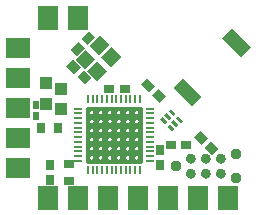
<source format=gts>
G04 DipTrace 2.4.0.2*
%IN2dB-bBLE.gts*%
%MOIN*%
%ADD10C,0.0098*%
%ADD36C,0.0374*%
%ADD44O,0.0094X0.0272*%
%ADD46O,0.0272X0.0094*%
%ADD48R,0.0213X0.0252*%
%ADD50R,0.0311X0.037*%
%ADD52R,0.0685X0.0816*%
%ADD54R,0.0816X0.0685*%
%ADD56R,0.037X0.0311*%
%ADD58R,0.0291X0.037*%
%ADD60R,0.0409X0.0449*%
%ADD62R,0.037X0.0291*%
%FSLAX44Y44*%
G04*
G70*
G90*
G75*
G01*
%LNTopMask*%
%LPD*%
G36*
X9093Y7606D2*
X9411Y7923D1*
X10034Y7300D1*
X9717Y6982D1*
X9093Y7606D1*
G37*
G36*
X10736Y9249D2*
X11053Y9566D1*
X11677Y8942D1*
X11359Y8625D1*
X10736Y9249D1*
G37*
G36*
X8943Y6821D2*
X9024Y6902D1*
X9188Y6737D1*
X9107Y6657D1*
X8943Y6821D1*
G37*
G36*
X8804Y6682D2*
X8885Y6762D1*
X9049Y6598D1*
X8968Y6517D1*
X8804Y6682D1*
G37*
G36*
X8665Y6542D2*
X8745Y6623D1*
X8910Y6459D1*
X8829Y6378D1*
X8665Y6542D1*
G37*
G36*
X8901Y6306D2*
X8982Y6387D1*
X9146Y6222D1*
X9066Y6142D1*
X8901Y6306D1*
G37*
G36*
X9041Y6445D2*
X9121Y6526D1*
X9285Y6361D1*
X9205Y6281D1*
X9041Y6445D1*
G37*
G36*
X9180Y6584D2*
X9260Y6665D1*
X9425Y6501D1*
X9344Y6420D1*
X9180Y6584D1*
G37*
G36*
X6245Y9024D2*
X6039Y9230D1*
X6301Y9491D1*
X6507Y9285D1*
X6245Y9024D1*
G37*
G36*
X5884Y8662D2*
X5678Y8868D1*
X5939Y9130D1*
X6145Y8924D1*
X5884Y8662D1*
G37*
G36*
X6371Y7915D2*
X6165Y7709D1*
X5903Y7970D1*
X6109Y8176D1*
X6371Y7915D1*
G37*
G36*
X6009Y8276D2*
X5803Y8070D1*
X5541Y8332D1*
X5747Y8538D1*
X6009Y8276D1*
G37*
D62*
X9025Y5680D3*
X9537D3*
D60*
X5348Y6895D3*
Y7564D3*
D62*
X7484Y7550D3*
X6972D3*
G36*
X8385Y7368D2*
X8591Y7574D1*
X8853Y7313D1*
X8647Y7107D1*
X8385Y7368D1*
G37*
G36*
X8023Y7730D2*
X8229Y7936D1*
X8491Y7675D1*
X8285Y7469D1*
X8023Y7730D1*
G37*
D58*
X8645Y5535D3*
Y5023D3*
X5007Y5041D3*
Y4529D3*
D60*
X4862Y7073D3*
Y7742D3*
D56*
X5612Y5058D3*
Y4507D3*
D54*
X3937Y8937D3*
Y7937D3*
Y6937D3*
Y5937D3*
Y4937D3*
D52*
X4937Y9937D3*
X5937D3*
X6937Y3937D3*
X7937D3*
X8937D3*
D50*
X5250Y6273D3*
X4699D3*
D48*
X4520Y6642D3*
Y7036D3*
D52*
X4937Y3937D3*
X5937D3*
X9937D3*
X10937D3*
G36*
X10252Y5913D2*
X10046Y5707D1*
X9784Y5969D1*
X9990Y6175D1*
X10252Y5913D1*
G37*
G36*
X10614Y5551D2*
X10408Y5345D1*
X10146Y5607D1*
X10352Y5813D1*
X10614Y5551D1*
G37*
G36*
X9847Y5238D2*
X9845Y5267D1*
X9837Y5294D1*
X9825Y5320D1*
X9809Y5343D1*
X9789Y5363D1*
X9766Y5379D1*
X9740Y5391D1*
X9713Y5399D1*
X9684Y5401D1*
D1*
X9656Y5399D1*
X9629Y5391D1*
X9603Y5379D1*
X9580Y5363D1*
X9560Y5343D1*
X9543Y5320D1*
X9531Y5294D1*
X9524Y5267D1*
X9521Y5238D1*
D1*
X9524Y5210D1*
X9531Y5183D1*
X9543Y5157D1*
X9560Y5134D1*
X9580Y5113D1*
X9603Y5097D1*
X9629Y5085D1*
X9656Y5078D1*
X9684Y5075D1*
D1*
X9713Y5078D1*
X9740Y5085D1*
X9766Y5097D1*
X9789Y5113D1*
X9809Y5134D1*
X9825Y5157D1*
X9837Y5183D1*
X9845Y5210D1*
X9847Y5238D1*
G37*
G36*
X10347D2*
X10345Y5267D1*
X10337Y5294D1*
X10325Y5320D1*
X10309Y5343D1*
X10289Y5363D1*
X10266Y5379D1*
X10240Y5391D1*
X10213Y5399D1*
X10184Y5401D1*
D1*
X10156Y5399D1*
X10129Y5391D1*
X10103Y5379D1*
X10080Y5363D1*
X10060Y5343D1*
X10043Y5320D1*
X10031Y5294D1*
X10024Y5267D1*
X10021Y5238D1*
D1*
X10024Y5210D1*
X10031Y5183D1*
X10043Y5157D1*
X10060Y5134D1*
X10080Y5113D1*
X10103Y5097D1*
X10129Y5085D1*
X10156Y5078D1*
X10184Y5075D1*
D1*
X10213Y5078D1*
X10240Y5085D1*
X10266Y5097D1*
X10289Y5113D1*
X10309Y5134D1*
X10325Y5157D1*
X10337Y5183D1*
X10345Y5210D1*
X10347Y5238D1*
G37*
G36*
X10847D2*
X10845Y5267D1*
X10837Y5294D1*
X10825Y5320D1*
X10809Y5343D1*
X10789Y5363D1*
X10766Y5379D1*
X10740Y5391D1*
X10713Y5399D1*
X10684Y5401D1*
D1*
X10656Y5399D1*
X10629Y5391D1*
X10603Y5379D1*
X10580Y5363D1*
X10560Y5343D1*
X10543Y5320D1*
X10531Y5294D1*
X10524Y5267D1*
X10521Y5238D1*
D1*
X10524Y5210D1*
X10531Y5183D1*
X10543Y5157D1*
X10560Y5134D1*
X10580Y5113D1*
X10603Y5097D1*
X10629Y5085D1*
X10656Y5078D1*
X10684Y5075D1*
D1*
X10713Y5078D1*
X10740Y5085D1*
X10766Y5097D1*
X10789Y5113D1*
X10809Y5134D1*
X10825Y5157D1*
X10837Y5183D1*
X10845Y5210D1*
X10847Y5238D1*
G37*
G36*
Y4738D2*
X10845Y4767D1*
X10837Y4794D1*
X10825Y4820D1*
X10809Y4843D1*
X10789Y4863D1*
X10766Y4879D1*
X10740Y4891D1*
X10713Y4899D1*
X10684Y4901D1*
D1*
X10656Y4899D1*
X10629Y4891D1*
X10603Y4879D1*
X10580Y4863D1*
X10560Y4843D1*
X10543Y4820D1*
X10531Y4794D1*
X10524Y4767D1*
X10521Y4738D1*
D1*
X10524Y4710D1*
X10531Y4683D1*
X10543Y4657D1*
X10560Y4634D1*
X10580Y4613D1*
X10603Y4597D1*
X10629Y4585D1*
X10656Y4578D1*
X10684Y4575D1*
D1*
X10713Y4578D1*
X10740Y4585D1*
X10766Y4597D1*
X10789Y4613D1*
X10809Y4634D1*
X10825Y4657D1*
X10837Y4683D1*
X10845Y4710D1*
X10847Y4738D1*
G37*
G36*
X10347D2*
X10345Y4767D1*
X10337Y4794D1*
X10325Y4820D1*
X10309Y4843D1*
X10289Y4863D1*
X10266Y4879D1*
X10240Y4891D1*
X10213Y4899D1*
X10184Y4901D1*
D1*
X10156Y4899D1*
X10129Y4891D1*
X10103Y4879D1*
X10080Y4863D1*
X10060Y4843D1*
X10043Y4820D1*
X10031Y4794D1*
X10024Y4767D1*
X10021Y4738D1*
D1*
X10024Y4710D1*
X10031Y4683D1*
X10043Y4657D1*
X10060Y4634D1*
X10080Y4613D1*
X10103Y4597D1*
X10129Y4585D1*
X10156Y4578D1*
X10184Y4575D1*
D1*
X10213Y4578D1*
X10240Y4585D1*
X10266Y4597D1*
X10289Y4613D1*
X10309Y4634D1*
X10325Y4657D1*
X10337Y4683D1*
X10345Y4710D1*
X10347Y4738D1*
G37*
G36*
X9847D2*
X9845Y4767D1*
X9837Y4794D1*
X9825Y4820D1*
X9809Y4843D1*
X9789Y4863D1*
X9766Y4879D1*
X9740Y4891D1*
X9713Y4899D1*
X9684Y4901D1*
D1*
X9656Y4899D1*
X9629Y4891D1*
X9603Y4879D1*
X9580Y4863D1*
X9560Y4843D1*
X9543Y4820D1*
X9531Y4794D1*
X9524Y4767D1*
X9521Y4738D1*
D1*
X9524Y4710D1*
X9531Y4683D1*
X9543Y4657D1*
X9560Y4634D1*
X9580Y4613D1*
X9603Y4597D1*
X9629Y4585D1*
X9656Y4578D1*
X9684Y4575D1*
D1*
X9713Y4578D1*
X9740Y4585D1*
X9766Y4597D1*
X9789Y4613D1*
X9809Y4634D1*
X9825Y4657D1*
X9837Y4683D1*
X9845Y4710D1*
X9847Y4738D1*
G37*
D36*
X9184Y4988D3*
X11184Y5388D3*
Y4588D3*
X7468Y6183D2*
D10*
Y6191D1*
X7469Y6198D1*
X7470Y6206D1*
X7472Y6213D1*
X7474Y6221D1*
X7477Y6228D1*
X7480Y6235D1*
X7484Y6241D1*
X7488Y6248D1*
X7492Y6254D1*
X7497Y6259D1*
X7502Y6265D1*
X7508Y6270D1*
X7514Y6274D1*
X7520Y6278D1*
X7527Y6282D1*
X7533Y6285D1*
X7540Y6288D1*
X7547Y6290D1*
X7554Y6291D1*
X7562Y6292D1*
X7569Y6293D1*
X7576D1*
X7584Y6292D1*
X7591Y6291D1*
X7598Y6290D1*
X7605Y6288D1*
X7612Y6285D1*
X7619Y6282D1*
X7625Y6278D1*
X7631Y6274D1*
X7637Y6270D1*
X7643Y6265D1*
X7648Y6259D1*
X7653Y6254D1*
X7658Y6248D1*
X7662Y6241D1*
X7665Y6235D1*
X7669Y6228D1*
X7671Y6221D1*
X7674Y6213D1*
X7675Y6206D1*
X7677Y6198D1*
Y6191D1*
X7678Y6183D1*
X7677Y6175D1*
Y6168D1*
X7675Y6160D1*
X7674Y6153D1*
X7671Y6145D1*
X7669Y6138D1*
X7665Y6131D1*
X7662Y6125D1*
X7658Y6118D1*
X7653Y6112D1*
X7648Y6107D1*
X7643Y6101D1*
X7637Y6096D1*
X7631Y6092D1*
X7625Y6088D1*
X7619Y6084D1*
X7612Y6081D1*
X7605Y6078D1*
X7598Y6076D1*
X7591Y6075D1*
X7584Y6074D1*
X7576Y6073D1*
X7569D1*
X7562Y6074D1*
X7554Y6075D1*
X7547Y6076D1*
X7540Y6078D1*
X7533Y6081D1*
X7527Y6084D1*
X7520Y6088D1*
X7514Y6092D1*
X7508Y6096D1*
X7502Y6101D1*
X7497Y6107D1*
X7492Y6112D1*
X7488Y6118D1*
X7484Y6125D1*
X7480Y6131D1*
X7477Y6138D1*
X7474Y6145D1*
X7472Y6153D1*
X7470Y6160D1*
X7469Y6168D1*
X7468Y6175D1*
Y6183D1*
X7767Y6184D2*
Y6192D1*
X7768Y6200D1*
X7769Y6207D1*
X7771Y6215D1*
X7773Y6222D1*
X7776Y6229D1*
X7779Y6236D1*
X7783Y6243D1*
X7787Y6249D1*
X7792Y6255D1*
X7797Y6261D1*
X7802Y6266D1*
X7807Y6271D1*
X7813Y6275D1*
X7820Y6280D1*
X7826Y6283D1*
X7833Y6286D1*
X7840Y6289D1*
X7847Y6291D1*
X7854Y6293D1*
X7861Y6294D1*
X7868D1*
X7876D1*
X7883D1*
X7890Y6293D1*
X7897Y6291D1*
X7904Y6289D1*
X7911Y6286D1*
X7918Y6283D1*
X7925Y6280D1*
X7931Y6275D1*
X7937Y6271D1*
X7942Y6266D1*
X7948Y6261D1*
X7952Y6255D1*
X7957Y6249D1*
X7961Y6243D1*
X7965Y6236D1*
X7968Y6229D1*
X7971Y6222D1*
X7973Y6215D1*
X7975Y6207D1*
X7976Y6200D1*
X7977Y6192D1*
Y6184D1*
Y6177D1*
X7976Y6169D1*
X7975Y6161D1*
X7973Y6154D1*
X7971Y6147D1*
X7968Y6140D1*
X7965Y6133D1*
X7961Y6126D1*
X7957Y6120D1*
X7952Y6114D1*
X7948Y6108D1*
X7942Y6102D1*
X7937Y6098D1*
X7931Y6093D1*
X7925Y6089D1*
X7918Y6085D1*
X7911Y6082D1*
X7904Y6080D1*
X7897Y6078D1*
X7890Y6076D1*
X7883Y6075D1*
X7876Y6074D1*
X7868D1*
X7861Y6075D1*
X7854Y6076D1*
X7847Y6078D1*
X7840Y6080D1*
X7833Y6082D1*
X7826Y6085D1*
X7820Y6089D1*
X7813Y6093D1*
X7807Y6098D1*
X7802Y6102D1*
X7797Y6108D1*
X7792Y6114D1*
X7787Y6120D1*
X7783Y6126D1*
X7779Y6133D1*
X7776Y6140D1*
X7773Y6147D1*
X7771Y6154D1*
X7769Y6161D1*
X7768Y6169D1*
X7767Y6177D1*
Y6184D1*
X6868Y6183D2*
Y6191D1*
X6869Y6198D1*
X6870Y6206D1*
X6872Y6213D1*
X6874Y6221D1*
X6877Y6228D1*
X6880Y6235D1*
X6884Y6241D1*
X6888Y6248D1*
X6893Y6254D1*
X6898Y6259D1*
X6903Y6265D1*
X6908Y6270D1*
X6914Y6274D1*
X6921Y6278D1*
X6927Y6282D1*
X6934Y6285D1*
X6941Y6288D1*
X6948Y6290D1*
X6955Y6291D1*
X6962Y6292D1*
X6969Y6293D1*
X6977D1*
X6984Y6292D1*
X6991Y6291D1*
X6998Y6290D1*
X7006Y6288D1*
X7012Y6285D1*
X7019Y6282D1*
X7026Y6278D1*
X7032Y6274D1*
X7038Y6270D1*
X7043Y6265D1*
X7049Y6259D1*
X7053Y6254D1*
X7058Y6248D1*
X7062Y6241D1*
X7066Y6235D1*
X7069Y6228D1*
X7072Y6221D1*
X7074Y6213D1*
X7076Y6206D1*
X7077Y6198D1*
X7078Y6191D1*
Y6183D1*
Y6175D1*
X7077Y6168D1*
X7076Y6160D1*
X7074Y6153D1*
X7072Y6145D1*
X7069Y6138D1*
X7066Y6131D1*
X7062Y6125D1*
X7058Y6118D1*
X7053Y6112D1*
X7049Y6107D1*
X7043Y6101D1*
X7038Y6096D1*
X7032Y6092D1*
X7026Y6088D1*
X7019Y6084D1*
X7012Y6081D1*
X7006Y6078D1*
X6998Y6076D1*
X6991Y6075D1*
X6984Y6074D1*
X6977Y6073D1*
X6969D1*
X6962Y6074D1*
X6955Y6075D1*
X6948Y6076D1*
X6941Y6078D1*
X6934Y6081D1*
X6927Y6084D1*
X6921Y6088D1*
X6914Y6092D1*
X6908Y6096D1*
X6903Y6101D1*
X6898Y6107D1*
X6893Y6112D1*
X6888Y6118D1*
X6884Y6125D1*
X6880Y6131D1*
X6877Y6138D1*
X6874Y6145D1*
X6872Y6153D1*
X6870Y6160D1*
X6869Y6168D1*
X6868Y6175D1*
Y6183D1*
X7167Y6184D2*
Y6192D1*
X7168Y6200D1*
X7169Y6207D1*
X7171Y6215D1*
X7174Y6222D1*
X7176Y6229D1*
X7179Y6236D1*
X7183Y6243D1*
X7187Y6249D1*
X7192Y6255D1*
X7197Y6261D1*
X7202Y6266D1*
X7208Y6271D1*
X7213Y6275D1*
X7220Y6280D1*
X7226Y6283D1*
X7233Y6286D1*
X7240Y6289D1*
X7247Y6291D1*
X7254Y6293D1*
X7261Y6294D1*
X7268D1*
X7276D1*
X7283D1*
X7290Y6293D1*
X7298Y6291D1*
X7305Y6289D1*
X7311Y6286D1*
X7318Y6283D1*
X7325Y6280D1*
X7331Y6275D1*
X7337Y6271D1*
X7342Y6266D1*
X7348Y6261D1*
X7353Y6255D1*
X7357Y6249D1*
X7361Y6243D1*
X7365Y6236D1*
X7368Y6229D1*
X7371Y6222D1*
X7373Y6215D1*
X7375Y6207D1*
X7376Y6200D1*
X7377Y6192D1*
Y6184D1*
Y6177D1*
X7376Y6169D1*
X7375Y6161D1*
X7373Y6154D1*
X7371Y6147D1*
X7368Y6140D1*
X7365Y6133D1*
X7361Y6126D1*
X7357Y6120D1*
X7353Y6114D1*
X7348Y6108D1*
X7342Y6102D1*
X7337Y6098D1*
X7331Y6093D1*
X7325Y6089D1*
X7318Y6085D1*
X7311Y6082D1*
X7305Y6080D1*
X7298Y6078D1*
X7290Y6076D1*
X7283Y6075D1*
X7276Y6074D1*
X7268D1*
X7261Y6075D1*
X7254Y6076D1*
X7247Y6078D1*
X7240Y6080D1*
X7233Y6082D1*
X7226Y6085D1*
X7220Y6089D1*
X7213Y6093D1*
X7208Y6098D1*
X7202Y6102D1*
X7197Y6108D1*
X7192Y6114D1*
X7187Y6120D1*
X7183Y6126D1*
X7179Y6133D1*
X7176Y6140D1*
X7174Y6147D1*
X7171Y6154D1*
X7169Y6161D1*
X7168Y6169D1*
X7167Y6177D1*
Y6184D1*
X6568D2*
Y6192D1*
X6569Y6200D1*
X6570Y6207D1*
X6572Y6215D1*
X6574Y6222D1*
X6577Y6229D1*
X6580Y6236D1*
X6584Y6243D1*
X6588Y6249D1*
X6592Y6255D1*
X6597Y6261D1*
X6602Y6266D1*
X6608Y6271D1*
X6614Y6275D1*
X6620Y6280D1*
X6627Y6283D1*
X6633Y6286D1*
X6640Y6289D1*
X6647Y6291D1*
X6654Y6293D1*
X6662Y6294D1*
X6669D1*
X6676D1*
X6684D1*
X6691Y6293D1*
X6698Y6291D1*
X6705Y6289D1*
X6712Y6286D1*
X6719Y6283D1*
X6725Y6280D1*
X6731Y6275D1*
X6737Y6271D1*
X6743Y6266D1*
X6748Y6261D1*
X6753Y6255D1*
X6757Y6249D1*
X6762Y6243D1*
X6765Y6236D1*
X6768Y6229D1*
X6771Y6222D1*
X6773Y6215D1*
X6775Y6207D1*
X6777Y6200D1*
Y6192D1*
X6778Y6184D1*
X6777Y6177D1*
Y6169D1*
X6775Y6161D1*
X6773Y6154D1*
X6771Y6147D1*
X6768Y6140D1*
X6765Y6133D1*
X6762Y6126D1*
X6757Y6120D1*
X6753Y6114D1*
X6748Y6108D1*
X6743Y6102D1*
X6737Y6098D1*
X6731Y6093D1*
X6725Y6089D1*
X6719Y6085D1*
X6712Y6082D1*
X6705Y6080D1*
X6698Y6078D1*
X6691Y6076D1*
X6684Y6075D1*
X6676Y6074D1*
X6669D1*
X6662Y6075D1*
X6654Y6076D1*
X6647Y6078D1*
X6640Y6080D1*
X6633Y6082D1*
X6627Y6085D1*
X6620Y6089D1*
X6614Y6093D1*
X6608Y6098D1*
X6602Y6102D1*
X6597Y6108D1*
X6592Y6114D1*
X6588Y6120D1*
X6584Y6126D1*
X6580Y6133D1*
X6577Y6140D1*
X6574Y6147D1*
X6572Y6154D1*
X6570Y6161D1*
X6569Y6169D1*
X6568Y6177D1*
Y6184D1*
X6267D2*
Y6192D1*
X6268Y6200D1*
X6269Y6207D1*
X6271Y6215D1*
X6273Y6222D1*
X6276Y6229D1*
X6279Y6236D1*
X6283Y6243D1*
X6287Y6249D1*
X6292Y6255D1*
X6297Y6261D1*
X6302Y6266D1*
X6307Y6271D1*
X6313Y6275D1*
X6320Y6280D1*
X6326Y6283D1*
X6333Y6286D1*
X6340Y6289D1*
X6347Y6291D1*
X6354Y6293D1*
X6361Y6294D1*
X6368D1*
X6376D1*
X6383D1*
X6390Y6293D1*
X6397Y6291D1*
X6404Y6289D1*
X6411Y6286D1*
X6418Y6283D1*
X6425Y6280D1*
X6431Y6275D1*
X6437Y6271D1*
X6442Y6266D1*
X6448Y6261D1*
X6452Y6255D1*
X6457Y6249D1*
X6461Y6243D1*
X6465Y6236D1*
X6468Y6229D1*
X6471Y6222D1*
X6473Y6215D1*
X6475Y6207D1*
X6476Y6200D1*
X6477Y6192D1*
Y6184D1*
Y6177D1*
X6476Y6169D1*
X6475Y6161D1*
X6473Y6154D1*
X6471Y6147D1*
X6468Y6140D1*
X6465Y6133D1*
X6461Y6126D1*
X6457Y6120D1*
X6452Y6114D1*
X6448Y6108D1*
X6442Y6102D1*
X6437Y6098D1*
X6431Y6093D1*
X6425Y6089D1*
X6418Y6085D1*
X6411Y6082D1*
X6404Y6080D1*
X6397Y6078D1*
X6390Y6076D1*
X6383Y6075D1*
X6376Y6074D1*
X6368D1*
X6361Y6075D1*
X6354Y6076D1*
X6347Y6078D1*
X6340Y6080D1*
X6333Y6082D1*
X6326Y6085D1*
X6320Y6089D1*
X6313Y6093D1*
X6307Y6098D1*
X6302Y6102D1*
X6297Y6108D1*
X6292Y6114D1*
X6287Y6120D1*
X6283Y6126D1*
X6279Y6133D1*
X6276Y6140D1*
X6273Y6147D1*
X6271Y6154D1*
X6269Y6161D1*
X6268Y6169D1*
X6267Y6177D1*
Y6184D1*
X7468Y5881D2*
Y5889D1*
X7469Y5896D1*
X7470Y5904D1*
X7472Y5911D1*
X7474Y5919D1*
X7477Y5926D1*
X7480Y5933D1*
X7484Y5939D1*
X7488Y5946D1*
X7492Y5952D1*
X7497Y5958D1*
X7502Y5963D1*
X7508Y5968D1*
X7514Y5972D1*
X7520Y5976D1*
X7527Y5980D1*
X7533Y5983D1*
X7540Y5986D1*
X7547Y5988D1*
X7554Y5989D1*
X7562Y5991D1*
X7569D1*
X7576D1*
X7584D1*
X7591Y5989D1*
X7598Y5988D1*
X7605Y5986D1*
X7612Y5983D1*
X7619Y5980D1*
X7625Y5976D1*
X7631Y5972D1*
X7637Y5968D1*
X7643Y5963D1*
X7648Y5958D1*
X7653Y5952D1*
X7658Y5946D1*
X7662Y5939D1*
X7665Y5933D1*
X7669Y5926D1*
X7671Y5919D1*
X7674Y5911D1*
X7675Y5904D1*
X7677Y5896D1*
Y5889D1*
X7678Y5881D1*
X7677Y5873D1*
Y5866D1*
X7675Y5858D1*
X7674Y5851D1*
X7671Y5844D1*
X7669Y5836D1*
X7665Y5830D1*
X7662Y5823D1*
X7658Y5817D1*
X7653Y5810D1*
X7648Y5805D1*
X7643Y5799D1*
X7637Y5794D1*
X7631Y5790D1*
X7625Y5786D1*
X7619Y5782D1*
X7612Y5779D1*
X7605Y5777D1*
X7598Y5774D1*
X7591Y5773D1*
X7584Y5772D1*
X7576Y5771D1*
X7569D1*
X7562Y5772D1*
X7554Y5773D1*
X7547Y5774D1*
X7540Y5777D1*
X7533Y5779D1*
X7527Y5782D1*
X7520Y5786D1*
X7514Y5790D1*
X7508Y5794D1*
X7502Y5799D1*
X7497Y5805D1*
X7492Y5810D1*
X7488Y5817D1*
X7484Y5823D1*
X7480Y5830D1*
X7477Y5836D1*
X7474Y5844D1*
X7472Y5851D1*
X7470Y5858D1*
X7469Y5866D1*
X7468Y5873D1*
Y5881D1*
X7767Y5882D2*
Y5890D1*
X7768Y5898D1*
X7769Y5905D1*
X7771Y5913D1*
X7773Y5920D1*
X7776Y5927D1*
X7779Y5934D1*
X7783Y5941D1*
X7787Y5947D1*
X7792Y5953D1*
X7797Y5959D1*
X7802Y5964D1*
X7807Y5969D1*
X7813Y5974D1*
X7820Y5978D1*
X7826Y5981D1*
X7833Y5984D1*
X7840Y5987D1*
X7847Y5989D1*
X7854Y5991D1*
X7861Y5992D1*
X7868D1*
X7876D1*
X7883D1*
X7890Y5991D1*
X7897Y5989D1*
X7904Y5987D1*
X7911Y5984D1*
X7918Y5981D1*
X7925Y5978D1*
X7931Y5974D1*
X7937Y5969D1*
X7942Y5964D1*
X7948Y5959D1*
X7952Y5953D1*
X7957Y5947D1*
X7961Y5941D1*
X7965Y5934D1*
X7968Y5927D1*
X7971Y5920D1*
X7973Y5913D1*
X7975Y5905D1*
X7976Y5898D1*
X7977Y5890D1*
Y5882D1*
Y5875D1*
X7976Y5867D1*
X7975Y5860D1*
X7973Y5852D1*
X7971Y5845D1*
X7968Y5838D1*
X7965Y5831D1*
X7961Y5824D1*
X7957Y5818D1*
X7952Y5812D1*
X7948Y5806D1*
X7942Y5801D1*
X7937Y5796D1*
X7931Y5791D1*
X7925Y5787D1*
X7918Y5784D1*
X7911Y5780D1*
X7904Y5778D1*
X7897Y5776D1*
X7890Y5774D1*
X7883Y5773D1*
X7876D1*
X7868D1*
X7861D1*
X7854Y5774D1*
X7847Y5776D1*
X7840Y5778D1*
X7833Y5780D1*
X7826Y5784D1*
X7820Y5787D1*
X7813Y5791D1*
X7807Y5796D1*
X7802Y5801D1*
X7797Y5806D1*
X7792Y5812D1*
X7787Y5818D1*
X7783Y5824D1*
X7779Y5831D1*
X7776Y5838D1*
X7773Y5845D1*
X7771Y5852D1*
X7769Y5860D1*
X7768Y5867D1*
X7767Y5875D1*
Y5882D1*
X6868Y5881D2*
Y5889D1*
X6869Y5896D1*
X6870Y5904D1*
X6872Y5911D1*
X6874Y5919D1*
X6877Y5926D1*
X6880Y5933D1*
X6884Y5939D1*
X6888Y5946D1*
X6893Y5952D1*
X6898Y5958D1*
X6903Y5963D1*
X6908Y5968D1*
X6914Y5972D1*
X6921Y5976D1*
X6927Y5980D1*
X6934Y5983D1*
X6941Y5986D1*
X6948Y5988D1*
X6955Y5989D1*
X6962Y5991D1*
X6969D1*
X6977D1*
X6984D1*
X6991Y5989D1*
X6998Y5988D1*
X7006Y5986D1*
X7012Y5983D1*
X7019Y5980D1*
X7026Y5976D1*
X7032Y5972D1*
X7038Y5968D1*
X7043Y5963D1*
X7049Y5958D1*
X7053Y5952D1*
X7058Y5946D1*
X7062Y5939D1*
X7066Y5933D1*
X7069Y5926D1*
X7072Y5919D1*
X7074Y5911D1*
X7076Y5904D1*
X7077Y5896D1*
X7078Y5889D1*
Y5881D1*
Y5873D1*
X7077Y5866D1*
X7076Y5858D1*
X7074Y5851D1*
X7072Y5844D1*
X7069Y5836D1*
X7066Y5830D1*
X7062Y5823D1*
X7058Y5817D1*
X7053Y5810D1*
X7049Y5805D1*
X7043Y5799D1*
X7038Y5794D1*
X7032Y5790D1*
X7026Y5786D1*
X7019Y5782D1*
X7012Y5779D1*
X7006Y5777D1*
X6998Y5774D1*
X6991Y5773D1*
X6984Y5772D1*
X6977Y5771D1*
X6969D1*
X6962Y5772D1*
X6955Y5773D1*
X6948Y5774D1*
X6941Y5777D1*
X6934Y5779D1*
X6927Y5782D1*
X6921Y5786D1*
X6914Y5790D1*
X6908Y5794D1*
X6903Y5799D1*
X6898Y5805D1*
X6893Y5810D1*
X6888Y5817D1*
X6884Y5823D1*
X6880Y5830D1*
X6877Y5836D1*
X6874Y5844D1*
X6872Y5851D1*
X6870Y5858D1*
X6869Y5866D1*
X6868Y5873D1*
Y5881D1*
X7167Y5882D2*
Y5890D1*
X7168Y5898D1*
X7169Y5905D1*
X7171Y5913D1*
X7174Y5920D1*
X7176Y5927D1*
X7179Y5934D1*
X7183Y5941D1*
X7187Y5947D1*
X7192Y5953D1*
X7197Y5959D1*
X7202Y5964D1*
X7208Y5969D1*
X7213Y5974D1*
X7220Y5978D1*
X7226Y5981D1*
X7233Y5984D1*
X7240Y5987D1*
X7247Y5989D1*
X7254Y5991D1*
X7261Y5992D1*
X7268D1*
X7276D1*
X7283D1*
X7290Y5991D1*
X7298Y5989D1*
X7305Y5987D1*
X7311Y5984D1*
X7318Y5981D1*
X7325Y5978D1*
X7331Y5974D1*
X7337Y5969D1*
X7342Y5964D1*
X7348Y5959D1*
X7353Y5953D1*
X7357Y5947D1*
X7361Y5941D1*
X7365Y5934D1*
X7368Y5927D1*
X7371Y5920D1*
X7373Y5913D1*
X7375Y5905D1*
X7376Y5898D1*
X7377Y5890D1*
Y5882D1*
Y5875D1*
X7376Y5867D1*
X7375Y5860D1*
X7373Y5852D1*
X7371Y5845D1*
X7368Y5838D1*
X7365Y5831D1*
X7361Y5824D1*
X7357Y5818D1*
X7353Y5812D1*
X7348Y5806D1*
X7342Y5801D1*
X7337Y5796D1*
X7331Y5791D1*
X7325Y5787D1*
X7318Y5784D1*
X7311Y5780D1*
X7305Y5778D1*
X7298Y5776D1*
X7290Y5774D1*
X7283Y5773D1*
X7276D1*
X7268D1*
X7261D1*
X7254Y5774D1*
X7247Y5776D1*
X7240Y5778D1*
X7233Y5780D1*
X7226Y5784D1*
X7220Y5787D1*
X7213Y5791D1*
X7208Y5796D1*
X7202Y5801D1*
X7197Y5806D1*
X7192Y5812D1*
X7187Y5818D1*
X7183Y5824D1*
X7179Y5831D1*
X7176Y5838D1*
X7174Y5845D1*
X7171Y5852D1*
X7169Y5860D1*
X7168Y5867D1*
X7167Y5875D1*
Y5882D1*
X6568D2*
Y5890D1*
X6569Y5898D1*
X6570Y5905D1*
X6572Y5913D1*
X6574Y5920D1*
X6577Y5927D1*
X6580Y5934D1*
X6584Y5941D1*
X6588Y5947D1*
X6592Y5953D1*
X6597Y5959D1*
X6602Y5964D1*
X6608Y5969D1*
X6614Y5974D1*
X6620Y5978D1*
X6627Y5981D1*
X6633Y5984D1*
X6640Y5987D1*
X6647Y5989D1*
X6654Y5991D1*
X6662Y5992D1*
X6669D1*
X6676D1*
X6684D1*
X6691Y5991D1*
X6698Y5989D1*
X6705Y5987D1*
X6712Y5984D1*
X6719Y5981D1*
X6725Y5978D1*
X6731Y5974D1*
X6737Y5969D1*
X6743Y5964D1*
X6748Y5959D1*
X6753Y5953D1*
X6757Y5947D1*
X6762Y5941D1*
X6765Y5934D1*
X6768Y5927D1*
X6771Y5920D1*
X6773Y5913D1*
X6775Y5905D1*
X6777Y5898D1*
Y5890D1*
X6778Y5882D1*
X6777Y5875D1*
Y5867D1*
X6775Y5860D1*
X6773Y5852D1*
X6771Y5845D1*
X6768Y5838D1*
X6765Y5831D1*
X6762Y5824D1*
X6757Y5818D1*
X6753Y5812D1*
X6748Y5806D1*
X6743Y5801D1*
X6737Y5796D1*
X6731Y5791D1*
X6725Y5787D1*
X6719Y5784D1*
X6712Y5780D1*
X6705Y5778D1*
X6698Y5776D1*
X6691Y5774D1*
X6684Y5773D1*
X6676D1*
X6669D1*
X6662D1*
X6654Y5774D1*
X6647Y5776D1*
X6640Y5778D1*
X6633Y5780D1*
X6627Y5784D1*
X6620Y5787D1*
X6614Y5791D1*
X6608Y5796D1*
X6602Y5801D1*
X6597Y5806D1*
X6592Y5812D1*
X6588Y5818D1*
X6584Y5824D1*
X6580Y5831D1*
X6577Y5838D1*
X6574Y5845D1*
X6572Y5852D1*
X6570Y5860D1*
X6569Y5867D1*
X6568Y5875D1*
Y5882D1*
X6267D2*
Y5890D1*
X6268Y5898D1*
X6269Y5905D1*
X6271Y5913D1*
X6273Y5920D1*
X6276Y5927D1*
X6279Y5934D1*
X6283Y5941D1*
X6287Y5947D1*
X6292Y5953D1*
X6297Y5959D1*
X6302Y5964D1*
X6307Y5969D1*
X6313Y5974D1*
X6320Y5978D1*
X6326Y5981D1*
X6333Y5984D1*
X6340Y5987D1*
X6347Y5989D1*
X6354Y5991D1*
X6361Y5992D1*
X6368D1*
X6376D1*
X6383D1*
X6390Y5991D1*
X6397Y5989D1*
X6404Y5987D1*
X6411Y5984D1*
X6418Y5981D1*
X6425Y5978D1*
X6431Y5974D1*
X6437Y5969D1*
X6442Y5964D1*
X6448Y5959D1*
X6452Y5953D1*
X6457Y5947D1*
X6461Y5941D1*
X6465Y5934D1*
X6468Y5927D1*
X6471Y5920D1*
X6473Y5913D1*
X6475Y5905D1*
X6476Y5898D1*
X6477Y5890D1*
Y5882D1*
Y5875D1*
X6476Y5867D1*
X6475Y5860D1*
X6473Y5852D1*
X6471Y5845D1*
X6468Y5838D1*
X6465Y5831D1*
X6461Y5824D1*
X6457Y5818D1*
X6452Y5812D1*
X6448Y5806D1*
X6442Y5801D1*
X6437Y5796D1*
X6431Y5791D1*
X6425Y5787D1*
X6418Y5784D1*
X6411Y5780D1*
X6404Y5778D1*
X6397Y5776D1*
X6390Y5774D1*
X6383Y5773D1*
X6376D1*
X6368D1*
X6361D1*
X6354Y5774D1*
X6347Y5776D1*
X6340Y5778D1*
X6333Y5780D1*
X6326Y5784D1*
X6320Y5787D1*
X6313Y5791D1*
X6307Y5796D1*
X6302Y5801D1*
X6297Y5806D1*
X6292Y5812D1*
X6287Y5818D1*
X6283Y5824D1*
X6279Y5831D1*
X6276Y5838D1*
X6273Y5845D1*
X6271Y5852D1*
X6269Y5860D1*
X6268Y5867D1*
X6267Y5875D1*
Y5882D1*
X7469Y6483D2*
Y6491D1*
X7470Y6499D1*
X7471Y6506D1*
X7473Y6514D1*
X7475Y6521D1*
X7478Y6528D1*
X7481Y6535D1*
X7485Y6542D1*
X7489Y6548D1*
X7494Y6554D1*
X7499Y6560D1*
X7504Y6565D1*
X7509Y6570D1*
X7515Y6575D1*
X7522Y6579D1*
X7528Y6582D1*
X7535Y6585D1*
X7542Y6588D1*
X7549Y6590D1*
X7556Y6592D1*
X7563Y6593D1*
X7570D1*
X7578D1*
X7585D1*
X7592Y6592D1*
X7600Y6590D1*
X7607Y6588D1*
X7613Y6585D1*
X7620Y6582D1*
X7627Y6579D1*
X7633Y6575D1*
X7639Y6570D1*
X7644Y6565D1*
X7650Y6560D1*
X7655Y6554D1*
X7659Y6548D1*
X7663Y6542D1*
X7667Y6535D1*
X7670Y6528D1*
X7673Y6521D1*
X7675Y6514D1*
X7677Y6506D1*
X7678Y6499D1*
X7679Y6491D1*
Y6483D1*
Y6476D1*
X7678Y6468D1*
X7677Y6460D1*
X7675Y6453D1*
X7673Y6446D1*
X7670Y6439D1*
X7667Y6432D1*
X7663Y6425D1*
X7659Y6419D1*
X7655Y6413D1*
X7650Y6407D1*
X7644Y6402D1*
X7639Y6397D1*
X7633Y6392D1*
X7627Y6388D1*
X7620Y6385D1*
X7613Y6381D1*
X7607Y6379D1*
X7600Y6377D1*
X7592Y6375D1*
X7585Y6374D1*
X7578Y6373D1*
X7570D1*
X7563Y6374D1*
X7556Y6375D1*
X7549Y6377D1*
X7542Y6379D1*
X7535Y6381D1*
X7528Y6385D1*
X7522Y6388D1*
X7515Y6392D1*
X7509Y6397D1*
X7504Y6402D1*
X7499Y6407D1*
X7494Y6413D1*
X7489Y6419D1*
X7485Y6425D1*
X7481Y6432D1*
X7478Y6439D1*
X7475Y6446D1*
X7473Y6453D1*
X7471Y6460D1*
X7470Y6468D1*
X7469Y6476D1*
Y6483D1*
X7768Y6485D2*
Y6492D1*
X7769Y6500D1*
X7771Y6508D1*
X7772Y6515D1*
X7775Y6522D1*
X7777Y6529D1*
X7781Y6536D1*
X7784Y6543D1*
X7788Y6549D1*
X7793Y6555D1*
X7798Y6561D1*
X7803Y6566D1*
X7809Y6571D1*
X7814Y6576D1*
X7821Y6580D1*
X7827Y6584D1*
X7834Y6587D1*
X7841Y6589D1*
X7848Y6591D1*
X7855Y6593D1*
X7862Y6594D1*
X7870Y6595D1*
X7877D1*
X7884Y6594D1*
X7891Y6593D1*
X7899Y6591D1*
X7906Y6589D1*
X7913Y6587D1*
X7919Y6584D1*
X7926Y6580D1*
X7932Y6576D1*
X7938Y6571D1*
X7943Y6566D1*
X7949Y6561D1*
X7954Y6555D1*
X7958Y6549D1*
X7962Y6543D1*
X7966Y6536D1*
X7969Y6529D1*
X7972Y6522D1*
X7974Y6515D1*
X7976Y6508D1*
X7977Y6500D1*
X7978Y6492D1*
Y6485D1*
Y6477D1*
X7977Y6469D1*
X7976Y6462D1*
X7974Y6454D1*
X7972Y6447D1*
X7969Y6440D1*
X7966Y6433D1*
X7962Y6426D1*
X7958Y6420D1*
X7954Y6414D1*
X7949Y6408D1*
X7943Y6403D1*
X7938Y6398D1*
X7932Y6393D1*
X7926Y6389D1*
X7919Y6386D1*
X7913Y6383D1*
X7906Y6380D1*
X7899Y6378D1*
X7891Y6376D1*
X7884Y6375D1*
X7877D1*
X7870D1*
X7862D1*
X7855Y6376D1*
X7848Y6378D1*
X7841Y6380D1*
X7834Y6383D1*
X7827Y6386D1*
X7821Y6389D1*
X7814Y6393D1*
X7809Y6398D1*
X7803Y6403D1*
X7798Y6408D1*
X7793Y6414D1*
X7788Y6420D1*
X7784Y6426D1*
X7781Y6433D1*
X7777Y6440D1*
X7775Y6447D1*
X7772Y6454D1*
X7771Y6462D1*
X7769Y6469D1*
X7768Y6477D1*
Y6485D1*
X6869Y6483D2*
X6870Y6491D1*
Y6499D1*
X6872Y6506D1*
X6873Y6514D1*
X6876Y6521D1*
X6878Y6528D1*
X6882Y6535D1*
X6885Y6542D1*
X6889Y6548D1*
X6894Y6554D1*
X6899Y6560D1*
X6904Y6565D1*
X6910Y6570D1*
X6916Y6575D1*
X6922Y6579D1*
X6928Y6582D1*
X6935Y6585D1*
X6942Y6588D1*
X6949Y6590D1*
X6956Y6592D1*
X6963Y6593D1*
X6971D1*
X6978D1*
X6985D1*
X6992Y6592D1*
X7000Y6590D1*
X7007Y6588D1*
X7014Y6585D1*
X7020Y6582D1*
X7027Y6579D1*
X7033Y6575D1*
X7039Y6570D1*
X7044Y6565D1*
X7050Y6560D1*
X7055Y6554D1*
X7059Y6548D1*
X7063Y6542D1*
X7067Y6535D1*
X7070Y6528D1*
X7073Y6521D1*
X7075Y6514D1*
X7077Y6506D1*
X7078Y6499D1*
X7079Y6491D1*
Y6483D1*
Y6476D1*
X7078Y6468D1*
X7077Y6460D1*
X7075Y6453D1*
X7073Y6446D1*
X7070Y6439D1*
X7067Y6432D1*
X7063Y6425D1*
X7059Y6419D1*
X7055Y6413D1*
X7050Y6407D1*
X7044Y6402D1*
X7039Y6397D1*
X7033Y6392D1*
X7027Y6388D1*
X7020Y6385D1*
X7014Y6381D1*
X7007Y6379D1*
X7000Y6377D1*
X6992Y6375D1*
X6985Y6374D1*
X6978Y6373D1*
X6971D1*
X6963Y6374D1*
X6956Y6375D1*
X6949Y6377D1*
X6942Y6379D1*
X6935Y6381D1*
X6928Y6385D1*
X6922Y6388D1*
X6916Y6392D1*
X6910Y6397D1*
X6904Y6402D1*
X6899Y6407D1*
X6894Y6413D1*
X6889Y6419D1*
X6885Y6425D1*
X6882Y6432D1*
X6878Y6439D1*
X6876Y6446D1*
X6873Y6453D1*
X6872Y6460D1*
X6870Y6468D1*
Y6476D1*
X6869Y6483D1*
X7169Y6485D2*
Y6492D1*
X7170Y6500D1*
X7171Y6508D1*
X7173Y6515D1*
X7175Y6522D1*
X7178Y6529D1*
X7181Y6536D1*
X7185Y6543D1*
X7189Y6549D1*
X7193Y6555D1*
X7198Y6561D1*
X7203Y6566D1*
X7209Y6571D1*
X7215Y6576D1*
X7221Y6580D1*
X7228Y6584D1*
X7234Y6587D1*
X7241Y6589D1*
X7248Y6591D1*
X7255Y6593D1*
X7263Y6594D1*
X7270Y6595D1*
X7277D1*
X7285Y6594D1*
X7292Y6593D1*
X7299Y6591D1*
X7306Y6589D1*
X7313Y6587D1*
X7320Y6584D1*
X7326Y6580D1*
X7332Y6576D1*
X7338Y6571D1*
X7344Y6566D1*
X7349Y6561D1*
X7354Y6555D1*
X7359Y6549D1*
X7363Y6543D1*
X7366Y6536D1*
X7369Y6529D1*
X7372Y6522D1*
X7374Y6515D1*
X7376Y6508D1*
X7378Y6500D1*
Y6492D1*
X7379Y6485D1*
X7378Y6477D1*
Y6469D1*
X7376Y6462D1*
X7374Y6454D1*
X7372Y6447D1*
X7369Y6440D1*
X7366Y6433D1*
X7363Y6426D1*
X7359Y6420D1*
X7354Y6414D1*
X7349Y6408D1*
X7344Y6403D1*
X7338Y6398D1*
X7332Y6393D1*
X7326Y6389D1*
X7320Y6386D1*
X7313Y6383D1*
X7306Y6380D1*
X7299Y6378D1*
X7292Y6376D1*
X7285Y6375D1*
X7277D1*
X7270D1*
X7263D1*
X7255Y6376D1*
X7248Y6378D1*
X7241Y6380D1*
X7234Y6383D1*
X7228Y6386D1*
X7221Y6389D1*
X7215Y6393D1*
X7209Y6398D1*
X7203Y6403D1*
X7198Y6408D1*
X7193Y6414D1*
X7189Y6420D1*
X7185Y6426D1*
X7181Y6433D1*
X7178Y6440D1*
X7175Y6447D1*
X7173Y6454D1*
X7171Y6462D1*
X7170Y6469D1*
X7169Y6477D1*
Y6485D1*
X6569D2*
Y6492D1*
X6570Y6500D1*
X6571Y6508D1*
X6573Y6515D1*
X6575Y6522D1*
X6578Y6529D1*
X6581Y6536D1*
X6585Y6543D1*
X6589Y6549D1*
X6593Y6555D1*
X6598Y6561D1*
X6603Y6566D1*
X6609Y6571D1*
X6615Y6576D1*
X6621Y6580D1*
X6628Y6584D1*
X6634Y6587D1*
X6641Y6589D1*
X6648Y6591D1*
X6656Y6593D1*
X6663Y6594D1*
X6670Y6595D1*
X6677D1*
X6685Y6594D1*
X6692Y6593D1*
X6699Y6591D1*
X6706Y6589D1*
X6713Y6587D1*
X6720Y6584D1*
X6726Y6580D1*
X6732Y6576D1*
X6738Y6571D1*
X6744Y6566D1*
X6749Y6561D1*
X6754Y6555D1*
X6759Y6549D1*
X6763Y6543D1*
X6766Y6536D1*
X6770Y6529D1*
X6772Y6522D1*
X6775Y6515D1*
X6776Y6508D1*
X6778Y6500D1*
Y6492D1*
X6779Y6485D1*
X6778Y6477D1*
Y6469D1*
X6776Y6462D1*
X6775Y6454D1*
X6772Y6447D1*
X6770Y6440D1*
X6766Y6433D1*
X6763Y6426D1*
X6759Y6420D1*
X6754Y6414D1*
X6749Y6408D1*
X6744Y6403D1*
X6738Y6398D1*
X6732Y6393D1*
X6726Y6389D1*
X6720Y6386D1*
X6713Y6383D1*
X6706Y6380D1*
X6699Y6378D1*
X6692Y6376D1*
X6685Y6375D1*
X6677D1*
X6670D1*
X6663D1*
X6656Y6376D1*
X6648Y6378D1*
X6641Y6380D1*
X6634Y6383D1*
X6628Y6386D1*
X6621Y6389D1*
X6615Y6393D1*
X6609Y6398D1*
X6603Y6403D1*
X6598Y6408D1*
X6593Y6414D1*
X6589Y6420D1*
X6585Y6426D1*
X6581Y6433D1*
X6578Y6440D1*
X6575Y6447D1*
X6573Y6454D1*
X6571Y6462D1*
X6570Y6469D1*
X6569Y6477D1*
Y6485D1*
X6268D2*
X6269Y6492D1*
Y6500D1*
X6271Y6508D1*
X6272Y6515D1*
X6275Y6522D1*
X6277Y6529D1*
X6281Y6536D1*
X6284Y6543D1*
X6288Y6549D1*
X6293Y6555D1*
X6298Y6561D1*
X6303Y6566D1*
X6309Y6571D1*
X6315Y6576D1*
X6321Y6580D1*
X6327Y6584D1*
X6334Y6587D1*
X6341Y6589D1*
X6348Y6591D1*
X6355Y6593D1*
X6362Y6594D1*
X6370Y6595D1*
X6377D1*
X6384Y6594D1*
X6391Y6593D1*
X6399Y6591D1*
X6406Y6589D1*
X6413Y6587D1*
X6419Y6584D1*
X6426Y6580D1*
X6432Y6576D1*
X6438Y6571D1*
X6443Y6566D1*
X6449Y6561D1*
X6454Y6555D1*
X6458Y6549D1*
X6462Y6543D1*
X6466Y6536D1*
X6469Y6529D1*
X6472Y6522D1*
X6474Y6515D1*
X6476Y6508D1*
X6477Y6500D1*
X6478Y6492D1*
Y6485D1*
Y6477D1*
X6477Y6469D1*
X6476Y6462D1*
X6474Y6454D1*
X6472Y6447D1*
X6469Y6440D1*
X6466Y6433D1*
X6462Y6426D1*
X6458Y6420D1*
X6454Y6414D1*
X6449Y6408D1*
X6443Y6403D1*
X6438Y6398D1*
X6432Y6393D1*
X6426Y6389D1*
X6419Y6386D1*
X6413Y6383D1*
X6406Y6380D1*
X6399Y6378D1*
X6391Y6376D1*
X6384Y6375D1*
X6377D1*
X6370D1*
X6362D1*
X6355Y6376D1*
X6348Y6378D1*
X6341Y6380D1*
X6334Y6383D1*
X6327Y6386D1*
X6321Y6389D1*
X6315Y6393D1*
X6309Y6398D1*
X6303Y6403D1*
X6298Y6408D1*
X6293Y6414D1*
X6288Y6420D1*
X6284Y6426D1*
X6281Y6433D1*
X6277Y6440D1*
X6275Y6447D1*
X6272Y6454D1*
X6271Y6462D1*
X6269Y6469D1*
Y6477D1*
X6268Y6485D1*
X7468Y5579D2*
Y5587D1*
X7469Y5594D1*
X7470Y5602D1*
X7472Y5609D1*
X7474Y5617D1*
X7477Y5624D1*
X7480Y5631D1*
X7484Y5637D1*
X7488Y5644D1*
X7492Y5650D1*
X7497Y5656D1*
X7502Y5661D1*
X7508Y5666D1*
X7514Y5670D1*
X7520Y5674D1*
X7527Y5678D1*
X7533Y5681D1*
X7540Y5684D1*
X7547Y5686D1*
X7554Y5687D1*
X7562Y5689D1*
X7569D1*
X7576D1*
X7584D1*
X7591Y5687D1*
X7598Y5686D1*
X7605Y5684D1*
X7612Y5681D1*
X7619Y5678D1*
X7625Y5674D1*
X7631Y5670D1*
X7637Y5666D1*
X7643Y5661D1*
X7648Y5656D1*
X7653Y5650D1*
X7658Y5644D1*
X7662Y5637D1*
X7665Y5631D1*
X7669Y5624D1*
X7671Y5617D1*
X7674Y5609D1*
X7675Y5602D1*
X7677Y5594D1*
Y5587D1*
X7678Y5579D1*
X7677Y5571D1*
Y5564D1*
X7675Y5556D1*
X7674Y5549D1*
X7671Y5542D1*
X7669Y5534D1*
X7665Y5527D1*
X7662Y5521D1*
X7658Y5514D1*
X7653Y5508D1*
X7648Y5503D1*
X7643Y5497D1*
X7637Y5492D1*
X7631Y5488D1*
X7625Y5484D1*
X7619Y5480D1*
X7612Y5477D1*
X7605Y5475D1*
X7598Y5472D1*
X7591Y5471D1*
X7584Y5470D1*
X7576Y5469D1*
X7569D1*
X7562Y5470D1*
X7554Y5471D1*
X7547Y5472D1*
X7540Y5475D1*
X7533Y5477D1*
X7527Y5480D1*
X7520Y5484D1*
X7514Y5488D1*
X7508Y5492D1*
X7502Y5497D1*
X7497Y5503D1*
X7492Y5508D1*
X7488Y5514D1*
X7484Y5521D1*
X7480Y5527D1*
X7477Y5534D1*
X7474Y5542D1*
X7472Y5549D1*
X7470Y5556D1*
X7469Y5564D1*
X7468Y5571D1*
Y5579D1*
X7767Y5580D2*
Y5588D1*
X7768Y5596D1*
X7769Y5603D1*
X7771Y5611D1*
X7773Y5618D1*
X7776Y5625D1*
X7779Y5632D1*
X7783Y5639D1*
X7787Y5645D1*
X7792Y5651D1*
X7797Y5657D1*
X7802Y5662D1*
X7807Y5667D1*
X7813Y5672D1*
X7820Y5676D1*
X7826Y5679D1*
X7833Y5682D1*
X7840Y5685D1*
X7847Y5687D1*
X7854Y5689D1*
X7861Y5690D1*
X7868D1*
X7876D1*
X7883D1*
X7890Y5689D1*
X7897Y5687D1*
X7904Y5685D1*
X7911Y5682D1*
X7918Y5679D1*
X7925Y5676D1*
X7931Y5672D1*
X7937Y5667D1*
X7942Y5662D1*
X7948Y5657D1*
X7952Y5651D1*
X7957Y5645D1*
X7961Y5639D1*
X7965Y5632D1*
X7968Y5625D1*
X7971Y5618D1*
X7973Y5611D1*
X7975Y5603D1*
X7976Y5596D1*
X7977Y5588D1*
Y5580D1*
Y5573D1*
X7976Y5565D1*
X7975Y5558D1*
X7973Y5550D1*
X7971Y5543D1*
X7968Y5536D1*
X7965Y5529D1*
X7961Y5522D1*
X7957Y5516D1*
X7952Y5510D1*
X7948Y5504D1*
X7942Y5499D1*
X7937Y5494D1*
X7931Y5489D1*
X7925Y5485D1*
X7918Y5482D1*
X7911Y5478D1*
X7904Y5476D1*
X7897Y5474D1*
X7890Y5472D1*
X7883Y5471D1*
X7876D1*
X7868D1*
X7861D1*
X7854Y5472D1*
X7847Y5474D1*
X7840Y5476D1*
X7833Y5478D1*
X7826Y5482D1*
X7820Y5485D1*
X7813Y5489D1*
X7807Y5494D1*
X7802Y5499D1*
X7797Y5504D1*
X7792Y5510D1*
X7787Y5516D1*
X7783Y5522D1*
X7779Y5529D1*
X7776Y5536D1*
X7773Y5543D1*
X7771Y5550D1*
X7769Y5558D1*
X7768Y5565D1*
X7767Y5573D1*
Y5580D1*
X6868Y5579D2*
Y5587D1*
X6869Y5594D1*
X6870Y5602D1*
X6872Y5609D1*
X6874Y5617D1*
X6877Y5624D1*
X6880Y5631D1*
X6884Y5637D1*
X6888Y5644D1*
X6893Y5650D1*
X6898Y5656D1*
X6903Y5661D1*
X6908Y5666D1*
X6914Y5670D1*
X6921Y5674D1*
X6927Y5678D1*
X6934Y5681D1*
X6941Y5684D1*
X6948Y5686D1*
X6955Y5687D1*
X6962Y5689D1*
X6969D1*
X6977D1*
X6984D1*
X6991Y5687D1*
X6998Y5686D1*
X7006Y5684D1*
X7012Y5681D1*
X7019Y5678D1*
X7026Y5674D1*
X7032Y5670D1*
X7038Y5666D1*
X7043Y5661D1*
X7049Y5656D1*
X7053Y5650D1*
X7058Y5644D1*
X7062Y5637D1*
X7066Y5631D1*
X7069Y5624D1*
X7072Y5617D1*
X7074Y5609D1*
X7076Y5602D1*
X7077Y5594D1*
X7078Y5587D1*
Y5579D1*
Y5571D1*
X7077Y5564D1*
X7076Y5556D1*
X7074Y5549D1*
X7072Y5542D1*
X7069Y5534D1*
X7066Y5527D1*
X7062Y5521D1*
X7058Y5514D1*
X7053Y5508D1*
X7049Y5503D1*
X7043Y5497D1*
X7038Y5492D1*
X7032Y5488D1*
X7026Y5484D1*
X7019Y5480D1*
X7012Y5477D1*
X7006Y5475D1*
X6998Y5472D1*
X6991Y5471D1*
X6984Y5470D1*
X6977Y5469D1*
X6969D1*
X6962Y5470D1*
X6955Y5471D1*
X6948Y5472D1*
X6941Y5475D1*
X6934Y5477D1*
X6927Y5480D1*
X6921Y5484D1*
X6914Y5488D1*
X6908Y5492D1*
X6903Y5497D1*
X6898Y5503D1*
X6893Y5508D1*
X6888Y5514D1*
X6884Y5521D1*
X6880Y5527D1*
X6877Y5534D1*
X6874Y5542D1*
X6872Y5549D1*
X6870Y5556D1*
X6869Y5564D1*
X6868Y5571D1*
Y5579D1*
X7167Y5580D2*
Y5588D1*
X7168Y5596D1*
X7169Y5603D1*
X7171Y5611D1*
X7174Y5618D1*
X7176Y5625D1*
X7179Y5632D1*
X7183Y5639D1*
X7187Y5645D1*
X7192Y5651D1*
X7197Y5657D1*
X7202Y5662D1*
X7208Y5667D1*
X7213Y5672D1*
X7220Y5676D1*
X7226Y5679D1*
X7233Y5682D1*
X7240Y5685D1*
X7247Y5687D1*
X7254Y5689D1*
X7261Y5690D1*
X7268D1*
X7276D1*
X7283D1*
X7290Y5689D1*
X7298Y5687D1*
X7305Y5685D1*
X7311Y5682D1*
X7318Y5679D1*
X7325Y5676D1*
X7331Y5672D1*
X7337Y5667D1*
X7342Y5662D1*
X7348Y5657D1*
X7353Y5651D1*
X7357Y5645D1*
X7361Y5639D1*
X7365Y5632D1*
X7368Y5625D1*
X7371Y5618D1*
X7373Y5611D1*
X7375Y5603D1*
X7376Y5596D1*
X7377Y5588D1*
Y5580D1*
Y5573D1*
X7376Y5565D1*
X7375Y5558D1*
X7373Y5550D1*
X7371Y5543D1*
X7368Y5536D1*
X7365Y5529D1*
X7361Y5522D1*
X7357Y5516D1*
X7353Y5510D1*
X7348Y5504D1*
X7342Y5499D1*
X7337Y5494D1*
X7331Y5489D1*
X7325Y5485D1*
X7318Y5482D1*
X7311Y5478D1*
X7305Y5476D1*
X7298Y5474D1*
X7290Y5472D1*
X7283Y5471D1*
X7276D1*
X7268D1*
X7261D1*
X7254Y5472D1*
X7247Y5474D1*
X7240Y5476D1*
X7233Y5478D1*
X7226Y5482D1*
X7220Y5485D1*
X7213Y5489D1*
X7208Y5494D1*
X7202Y5499D1*
X7197Y5504D1*
X7192Y5510D1*
X7187Y5516D1*
X7183Y5522D1*
X7179Y5529D1*
X7176Y5536D1*
X7174Y5543D1*
X7171Y5550D1*
X7169Y5558D1*
X7168Y5565D1*
X7167Y5573D1*
Y5580D1*
X6568D2*
Y5588D1*
X6569Y5596D1*
X6570Y5603D1*
X6572Y5611D1*
X6574Y5618D1*
X6577Y5625D1*
X6580Y5632D1*
X6584Y5639D1*
X6588Y5645D1*
X6592Y5651D1*
X6597Y5657D1*
X6602Y5662D1*
X6608Y5667D1*
X6614Y5672D1*
X6620Y5676D1*
X6627Y5679D1*
X6633Y5682D1*
X6640Y5685D1*
X6647Y5687D1*
X6654Y5689D1*
X6662Y5690D1*
X6669D1*
X6676D1*
X6684D1*
X6691Y5689D1*
X6698Y5687D1*
X6705Y5685D1*
X6712Y5682D1*
X6719Y5679D1*
X6725Y5676D1*
X6731Y5672D1*
X6737Y5667D1*
X6743Y5662D1*
X6748Y5657D1*
X6753Y5651D1*
X6757Y5645D1*
X6762Y5639D1*
X6765Y5632D1*
X6768Y5625D1*
X6771Y5618D1*
X6773Y5611D1*
X6775Y5603D1*
X6777Y5596D1*
Y5588D1*
X6778Y5580D1*
X6777Y5573D1*
Y5565D1*
X6775Y5558D1*
X6773Y5550D1*
X6771Y5543D1*
X6768Y5536D1*
X6765Y5529D1*
X6762Y5522D1*
X6757Y5516D1*
X6753Y5510D1*
X6748Y5504D1*
X6743Y5499D1*
X6737Y5494D1*
X6731Y5489D1*
X6725Y5485D1*
X6719Y5482D1*
X6712Y5478D1*
X6705Y5476D1*
X6698Y5474D1*
X6691Y5472D1*
X6684Y5471D1*
X6676D1*
X6669D1*
X6662D1*
X6654Y5472D1*
X6647Y5474D1*
X6640Y5476D1*
X6633Y5478D1*
X6627Y5482D1*
X6620Y5485D1*
X6614Y5489D1*
X6608Y5494D1*
X6602Y5499D1*
X6597Y5504D1*
X6592Y5510D1*
X6588Y5516D1*
X6584Y5522D1*
X6580Y5529D1*
X6577Y5536D1*
X6574Y5543D1*
X6572Y5550D1*
X6570Y5558D1*
X6569Y5565D1*
X6568Y5573D1*
Y5580D1*
X6267D2*
Y5588D1*
X6268Y5596D1*
X6269Y5603D1*
X6271Y5611D1*
X6273Y5618D1*
X6276Y5625D1*
X6279Y5632D1*
X6283Y5639D1*
X6287Y5645D1*
X6292Y5651D1*
X6297Y5657D1*
X6302Y5662D1*
X6307Y5667D1*
X6313Y5672D1*
X6320Y5676D1*
X6326Y5679D1*
X6333Y5682D1*
X6340Y5685D1*
X6347Y5687D1*
X6354Y5689D1*
X6361Y5690D1*
X6368D1*
X6376D1*
X6383D1*
X6390Y5689D1*
X6397Y5687D1*
X6404Y5685D1*
X6411Y5682D1*
X6418Y5679D1*
X6425Y5676D1*
X6431Y5672D1*
X6437Y5667D1*
X6442Y5662D1*
X6448Y5657D1*
X6452Y5651D1*
X6457Y5645D1*
X6461Y5639D1*
X6465Y5632D1*
X6468Y5625D1*
X6471Y5618D1*
X6473Y5611D1*
X6475Y5603D1*
X6476Y5596D1*
X6477Y5588D1*
Y5580D1*
Y5573D1*
X6476Y5565D1*
X6475Y5558D1*
X6473Y5550D1*
X6471Y5543D1*
X6468Y5536D1*
X6465Y5529D1*
X6461Y5522D1*
X6457Y5516D1*
X6452Y5510D1*
X6448Y5504D1*
X6442Y5499D1*
X6437Y5494D1*
X6431Y5489D1*
X6425Y5485D1*
X6418Y5482D1*
X6411Y5478D1*
X6404Y5476D1*
X6397Y5474D1*
X6390Y5472D1*
X6383Y5471D1*
X6376D1*
X6368D1*
X6361D1*
X6354Y5472D1*
X6347Y5474D1*
X6340Y5476D1*
X6333Y5478D1*
X6326Y5482D1*
X6320Y5485D1*
X6313Y5489D1*
X6307Y5494D1*
X6302Y5499D1*
X6297Y5504D1*
X6292Y5510D1*
X6287Y5516D1*
X6283Y5522D1*
X6279Y5529D1*
X6276Y5536D1*
X6273Y5543D1*
X6271Y5550D1*
X6269Y5558D1*
X6268Y5565D1*
X6267Y5573D1*
Y5580D1*
X7468Y5277D2*
Y5285D1*
X7469Y5293D1*
X7470Y5300D1*
X7472Y5308D1*
X7474Y5315D1*
X7477Y5322D1*
X7480Y5329D1*
X7484Y5336D1*
X7488Y5342D1*
X7492Y5348D1*
X7497Y5354D1*
X7502Y5359D1*
X7508Y5364D1*
X7514Y5369D1*
X7520Y5373D1*
X7527Y5376D1*
X7533Y5379D1*
X7540Y5382D1*
X7547Y5384D1*
X7554Y5386D1*
X7562Y5387D1*
X7569D1*
X7576D1*
X7584D1*
X7591Y5386D1*
X7598Y5384D1*
X7605Y5382D1*
X7612Y5379D1*
X7619Y5376D1*
X7625Y5373D1*
X7631Y5369D1*
X7637Y5364D1*
X7643Y5359D1*
X7648Y5354D1*
X7653Y5348D1*
X7658Y5342D1*
X7662Y5336D1*
X7665Y5329D1*
X7669Y5322D1*
X7671Y5315D1*
X7674Y5308D1*
X7675Y5300D1*
X7677Y5293D1*
Y5285D1*
X7678Y5277D1*
X7677Y5270D1*
Y5262D1*
X7675Y5254D1*
X7674Y5247D1*
X7671Y5240D1*
X7669Y5233D1*
X7665Y5226D1*
X7662Y5219D1*
X7658Y5213D1*
X7653Y5207D1*
X7648Y5201D1*
X7643Y5196D1*
X7637Y5191D1*
X7631Y5186D1*
X7625Y5182D1*
X7619Y5179D1*
X7612Y5175D1*
X7605Y5173D1*
X7598Y5171D1*
X7591Y5169D1*
X7584Y5168D1*
X7576Y5167D1*
X7569D1*
X7562Y5168D1*
X7554Y5169D1*
X7547Y5171D1*
X7540Y5173D1*
X7533Y5175D1*
X7527Y5179D1*
X7520Y5182D1*
X7514Y5186D1*
X7508Y5191D1*
X7502Y5196D1*
X7497Y5201D1*
X7492Y5207D1*
X7488Y5213D1*
X7484Y5219D1*
X7480Y5226D1*
X7477Y5233D1*
X7474Y5240D1*
X7472Y5247D1*
X7470Y5254D1*
X7469Y5262D1*
X7468Y5270D1*
Y5277D1*
X7767Y5279D2*
Y5286D1*
X7768Y5294D1*
X7769Y5302D1*
X7771Y5309D1*
X7773Y5316D1*
X7776Y5323D1*
X7779Y5330D1*
X7783Y5337D1*
X7787Y5343D1*
X7792Y5349D1*
X7797Y5355D1*
X7802Y5360D1*
X7807Y5365D1*
X7813Y5370D1*
X7820Y5374D1*
X7826Y5378D1*
X7833Y5381D1*
X7840Y5383D1*
X7847Y5385D1*
X7854Y5387D1*
X7861Y5388D1*
X7868Y5389D1*
X7876D1*
X7883Y5388D1*
X7890Y5387D1*
X7897Y5385D1*
X7904Y5383D1*
X7911Y5381D1*
X7918Y5378D1*
X7925Y5374D1*
X7931Y5370D1*
X7937Y5365D1*
X7942Y5360D1*
X7948Y5355D1*
X7952Y5349D1*
X7957Y5343D1*
X7961Y5337D1*
X7965Y5330D1*
X7968Y5323D1*
X7971Y5316D1*
X7973Y5309D1*
X7975Y5302D1*
X7976Y5294D1*
X7977Y5286D1*
Y5279D1*
Y5271D1*
X7976Y5263D1*
X7975Y5256D1*
X7973Y5248D1*
X7971Y5241D1*
X7968Y5234D1*
X7965Y5227D1*
X7961Y5220D1*
X7957Y5214D1*
X7952Y5208D1*
X7948Y5202D1*
X7942Y5197D1*
X7937Y5192D1*
X7931Y5187D1*
X7925Y5183D1*
X7918Y5180D1*
X7911Y5177D1*
X7904Y5174D1*
X7897Y5172D1*
X7890Y5170D1*
X7883Y5169D1*
X7876D1*
X7868D1*
X7861D1*
X7854Y5170D1*
X7847Y5172D1*
X7840Y5174D1*
X7833Y5177D1*
X7826Y5180D1*
X7820Y5183D1*
X7813Y5187D1*
X7807Y5192D1*
X7802Y5197D1*
X7797Y5202D1*
X7792Y5208D1*
X7787Y5214D1*
X7783Y5220D1*
X7779Y5227D1*
X7776Y5234D1*
X7773Y5241D1*
X7771Y5248D1*
X7769Y5256D1*
X7768Y5263D1*
X7767Y5271D1*
Y5279D1*
X6868Y5277D2*
Y5285D1*
X6869Y5293D1*
X6870Y5300D1*
X6872Y5308D1*
X6874Y5315D1*
X6877Y5322D1*
X6880Y5329D1*
X6884Y5336D1*
X6888Y5342D1*
X6893Y5348D1*
X6898Y5354D1*
X6903Y5359D1*
X6908Y5364D1*
X6914Y5369D1*
X6921Y5373D1*
X6927Y5376D1*
X6934Y5379D1*
X6941Y5382D1*
X6948Y5384D1*
X6955Y5386D1*
X6962Y5387D1*
X6969D1*
X6977D1*
X6984D1*
X6991Y5386D1*
X6998Y5384D1*
X7006Y5382D1*
X7012Y5379D1*
X7019Y5376D1*
X7026Y5373D1*
X7032Y5369D1*
X7038Y5364D1*
X7043Y5359D1*
X7049Y5354D1*
X7053Y5348D1*
X7058Y5342D1*
X7062Y5336D1*
X7066Y5329D1*
X7069Y5322D1*
X7072Y5315D1*
X7074Y5308D1*
X7076Y5300D1*
X7077Y5293D1*
X7078Y5285D1*
Y5277D1*
Y5270D1*
X7077Y5262D1*
X7076Y5254D1*
X7074Y5247D1*
X7072Y5240D1*
X7069Y5233D1*
X7066Y5226D1*
X7062Y5219D1*
X7058Y5213D1*
X7053Y5207D1*
X7049Y5201D1*
X7043Y5196D1*
X7038Y5191D1*
X7032Y5186D1*
X7026Y5182D1*
X7019Y5179D1*
X7012Y5175D1*
X7006Y5173D1*
X6998Y5171D1*
X6991Y5169D1*
X6984Y5168D1*
X6977Y5167D1*
X6969D1*
X6962Y5168D1*
X6955Y5169D1*
X6948Y5171D1*
X6941Y5173D1*
X6934Y5175D1*
X6927Y5179D1*
X6921Y5182D1*
X6914Y5186D1*
X6908Y5191D1*
X6903Y5196D1*
X6898Y5201D1*
X6893Y5207D1*
X6888Y5213D1*
X6884Y5219D1*
X6880Y5226D1*
X6877Y5233D1*
X6874Y5240D1*
X6872Y5247D1*
X6870Y5254D1*
X6869Y5262D1*
X6868Y5270D1*
Y5277D1*
X7167Y5279D2*
Y5286D1*
X7168Y5294D1*
X7169Y5302D1*
X7171Y5309D1*
X7174Y5316D1*
X7176Y5323D1*
X7179Y5330D1*
X7183Y5337D1*
X7187Y5343D1*
X7192Y5349D1*
X7197Y5355D1*
X7202Y5360D1*
X7208Y5365D1*
X7213Y5370D1*
X7220Y5374D1*
X7226Y5378D1*
X7233Y5381D1*
X7240Y5383D1*
X7247Y5385D1*
X7254Y5387D1*
X7261Y5388D1*
X7268Y5389D1*
X7276D1*
X7283Y5388D1*
X7290Y5387D1*
X7298Y5385D1*
X7305Y5383D1*
X7311Y5381D1*
X7318Y5378D1*
X7325Y5374D1*
X7331Y5370D1*
X7337Y5365D1*
X7342Y5360D1*
X7348Y5355D1*
X7353Y5349D1*
X7357Y5343D1*
X7361Y5337D1*
X7365Y5330D1*
X7368Y5323D1*
X7371Y5316D1*
X7373Y5309D1*
X7375Y5302D1*
X7376Y5294D1*
X7377Y5286D1*
Y5279D1*
Y5271D1*
X7376Y5263D1*
X7375Y5256D1*
X7373Y5248D1*
X7371Y5241D1*
X7368Y5234D1*
X7365Y5227D1*
X7361Y5220D1*
X7357Y5214D1*
X7353Y5208D1*
X7348Y5202D1*
X7342Y5197D1*
X7337Y5192D1*
X7331Y5187D1*
X7325Y5183D1*
X7318Y5180D1*
X7311Y5177D1*
X7305Y5174D1*
X7298Y5172D1*
X7290Y5170D1*
X7283Y5169D1*
X7276D1*
X7268D1*
X7261D1*
X7254Y5170D1*
X7247Y5172D1*
X7240Y5174D1*
X7233Y5177D1*
X7226Y5180D1*
X7220Y5183D1*
X7213Y5187D1*
X7208Y5192D1*
X7202Y5197D1*
X7197Y5202D1*
X7192Y5208D1*
X7187Y5214D1*
X7183Y5220D1*
X7179Y5227D1*
X7176Y5234D1*
X7174Y5241D1*
X7171Y5248D1*
X7169Y5256D1*
X7168Y5263D1*
X7167Y5271D1*
Y5279D1*
X6568D2*
Y5286D1*
X6569Y5294D1*
X6570Y5302D1*
X6572Y5309D1*
X6574Y5316D1*
X6577Y5323D1*
X6580Y5330D1*
X6584Y5337D1*
X6588Y5343D1*
X6592Y5349D1*
X6597Y5355D1*
X6602Y5360D1*
X6608Y5365D1*
X6614Y5370D1*
X6620Y5374D1*
X6627Y5378D1*
X6633Y5381D1*
X6640Y5383D1*
X6647Y5385D1*
X6654Y5387D1*
X6662Y5388D1*
X6669Y5389D1*
X6676D1*
X6684Y5388D1*
X6691Y5387D1*
X6698Y5385D1*
X6705Y5383D1*
X6712Y5381D1*
X6719Y5378D1*
X6725Y5374D1*
X6731Y5370D1*
X6737Y5365D1*
X6743Y5360D1*
X6748Y5355D1*
X6753Y5349D1*
X6757Y5343D1*
X6762Y5337D1*
X6765Y5330D1*
X6768Y5323D1*
X6771Y5316D1*
X6773Y5309D1*
X6775Y5302D1*
X6777Y5294D1*
Y5286D1*
X6778Y5279D1*
X6777Y5271D1*
Y5263D1*
X6775Y5256D1*
X6773Y5248D1*
X6771Y5241D1*
X6768Y5234D1*
X6765Y5227D1*
X6762Y5220D1*
X6757Y5214D1*
X6753Y5208D1*
X6748Y5202D1*
X6743Y5197D1*
X6737Y5192D1*
X6731Y5187D1*
X6725Y5183D1*
X6719Y5180D1*
X6712Y5177D1*
X6705Y5174D1*
X6698Y5172D1*
X6691Y5170D1*
X6684Y5169D1*
X6676D1*
X6669D1*
X6662D1*
X6654Y5170D1*
X6647Y5172D1*
X6640Y5174D1*
X6633Y5177D1*
X6627Y5180D1*
X6620Y5183D1*
X6614Y5187D1*
X6608Y5192D1*
X6602Y5197D1*
X6597Y5202D1*
X6592Y5208D1*
X6588Y5214D1*
X6584Y5220D1*
X6580Y5227D1*
X6577Y5234D1*
X6574Y5241D1*
X6572Y5248D1*
X6570Y5256D1*
X6569Y5263D1*
X6568Y5271D1*
Y5279D1*
X6267D2*
Y5286D1*
X6268Y5294D1*
X6269Y5302D1*
X6271Y5309D1*
X6273Y5316D1*
X6276Y5323D1*
X6279Y5330D1*
X6283Y5337D1*
X6287Y5343D1*
X6292Y5349D1*
X6297Y5355D1*
X6302Y5360D1*
X6307Y5365D1*
X6313Y5370D1*
X6320Y5374D1*
X6326Y5378D1*
X6333Y5381D1*
X6340Y5383D1*
X6347Y5385D1*
X6354Y5387D1*
X6361Y5388D1*
X6368Y5389D1*
X6376D1*
X6383Y5388D1*
X6390Y5387D1*
X6397Y5385D1*
X6404Y5383D1*
X6411Y5381D1*
X6418Y5378D1*
X6425Y5374D1*
X6431Y5370D1*
X6437Y5365D1*
X6442Y5360D1*
X6448Y5355D1*
X6452Y5349D1*
X6457Y5343D1*
X6461Y5337D1*
X6465Y5330D1*
X6468Y5323D1*
X6471Y5316D1*
X6473Y5309D1*
X6475Y5302D1*
X6476Y5294D1*
X6477Y5286D1*
Y5279D1*
Y5271D1*
X6476Y5263D1*
X6475Y5256D1*
X6473Y5248D1*
X6471Y5241D1*
X6468Y5234D1*
X6465Y5227D1*
X6461Y5220D1*
X6457Y5214D1*
X6452Y5208D1*
X6448Y5202D1*
X6442Y5197D1*
X6437Y5192D1*
X6431Y5187D1*
X6425Y5183D1*
X6418Y5180D1*
X6411Y5177D1*
X6404Y5174D1*
X6397Y5172D1*
X6390Y5170D1*
X6383Y5169D1*
X6376D1*
X6368D1*
X6361D1*
X6354Y5170D1*
X6347Y5172D1*
X6340Y5174D1*
X6333Y5177D1*
X6326Y5180D1*
X6320Y5183D1*
X6313Y5187D1*
X6307Y5192D1*
X6302Y5197D1*
X6297Y5202D1*
X6292Y5208D1*
X6287Y5214D1*
X6283Y5220D1*
X6279Y5227D1*
X6276Y5234D1*
X6273Y5241D1*
X6271Y5248D1*
X6269Y5256D1*
X6268Y5263D1*
X6267Y5271D1*
Y5279D1*
X7467Y6785D2*
Y6793D1*
X7468Y6801D1*
X7469Y6808D1*
X7471Y6816D1*
X7473Y6823D1*
X7476Y6830D1*
X7479Y6837D1*
X7482Y6844D1*
X7487Y6850D1*
X7491Y6856D1*
X7496Y6862D1*
X7501Y6867D1*
X7507Y6872D1*
X7513Y6877D1*
X7519Y6881D1*
X7525Y6884D1*
X7532Y6887D1*
X7539Y6890D1*
X7546Y6892D1*
X7553Y6894D1*
X7561Y6895D1*
X7568D1*
X7575D1*
X7582D1*
X7590Y6894D1*
X7597Y6892D1*
X7604Y6890D1*
X7611Y6887D1*
X7618Y6884D1*
X7624Y6881D1*
X7630Y6877D1*
X7636Y6872D1*
X7642Y6867D1*
X7647Y6862D1*
X7652Y6856D1*
X7656Y6850D1*
X7661Y6844D1*
X7664Y6837D1*
X7667Y6830D1*
X7670Y6823D1*
X7672Y6816D1*
X7674Y6808D1*
X7675Y6801D1*
X7676Y6793D1*
Y6785D1*
Y6778D1*
X7675Y6770D1*
X7674Y6763D1*
X7672Y6755D1*
X7670Y6748D1*
X7667Y6741D1*
X7664Y6734D1*
X7661Y6727D1*
X7656Y6721D1*
X7652Y6715D1*
X7647Y6709D1*
X7642Y6704D1*
X7636Y6699D1*
X7630Y6694D1*
X7624Y6690D1*
X7618Y6687D1*
X7611Y6683D1*
X7604Y6681D1*
X7597Y6679D1*
X7590Y6677D1*
X7582Y6676D1*
X7575Y6675D1*
X7568D1*
X7561Y6676D1*
X7553Y6677D1*
X7546Y6679D1*
X7539Y6681D1*
X7532Y6683D1*
X7525Y6687D1*
X7519Y6690D1*
X7513Y6694D1*
X7507Y6699D1*
X7501Y6704D1*
X7496Y6709D1*
X7491Y6715D1*
X7487Y6721D1*
X7482Y6727D1*
X7479Y6734D1*
X7476Y6741D1*
X7473Y6748D1*
X7471Y6755D1*
X7469Y6763D1*
X7468Y6770D1*
X7467Y6778D1*
Y6785D1*
X7766Y6787D2*
Y6794D1*
X7767Y6802D1*
X7768Y6809D1*
X7770Y6817D1*
X7772Y6824D1*
X7775Y6831D1*
X7778Y6838D1*
X7782Y6845D1*
X7786Y6851D1*
X7790Y6857D1*
X7795Y6863D1*
X7800Y6868D1*
X7806Y6873D1*
X7812Y6878D1*
X7818Y6882D1*
X7825Y6885D1*
X7831Y6888D1*
X7838Y6891D1*
X7845Y6893D1*
X7852Y6895D1*
X7860Y6896D1*
X7867D1*
X7874D1*
X7882D1*
X7889Y6895D1*
X7896Y6893D1*
X7903Y6891D1*
X7910Y6888D1*
X7917Y6885D1*
X7923Y6882D1*
X7929Y6878D1*
X7935Y6873D1*
X7941Y6868D1*
X7946Y6863D1*
X7951Y6857D1*
X7955Y6851D1*
X7960Y6845D1*
X7963Y6838D1*
X7966Y6831D1*
X7969Y6824D1*
X7971Y6817D1*
X7973Y6809D1*
X7975Y6802D1*
Y6794D1*
X7976Y6787D1*
X7975Y6779D1*
Y6771D1*
X7973Y6764D1*
X7971Y6756D1*
X7969Y6749D1*
X7966Y6742D1*
X7963Y6735D1*
X7960Y6728D1*
X7955Y6722D1*
X7951Y6716D1*
X7946Y6710D1*
X7941Y6705D1*
X7935Y6700D1*
X7929Y6696D1*
X7923Y6691D1*
X7917Y6688D1*
X7910Y6685D1*
X7903Y6682D1*
X7896Y6680D1*
X7889Y6678D1*
X7882Y6677D1*
X7874D1*
X7867D1*
X7860D1*
X7852Y6678D1*
X7845Y6680D1*
X7838Y6682D1*
X7831Y6685D1*
X7825Y6688D1*
X7818Y6691D1*
X7812Y6696D1*
X7806Y6700D1*
X7800Y6705D1*
X7795Y6710D1*
X7790Y6716D1*
X7786Y6722D1*
X7782Y6728D1*
X7778Y6735D1*
X7775Y6742D1*
X7772Y6749D1*
X7770Y6756D1*
X7768Y6764D1*
X7767Y6771D1*
X7766Y6779D1*
Y6787D1*
X6867Y6785D2*
Y6793D1*
X6868Y6801D1*
X6869Y6808D1*
X6871Y6816D1*
X6873Y6823D1*
X6876Y6830D1*
X6879Y6837D1*
X6883Y6844D1*
X6887Y6850D1*
X6891Y6856D1*
X6896Y6862D1*
X6901Y6867D1*
X6907Y6872D1*
X6913Y6877D1*
X6919Y6881D1*
X6926Y6884D1*
X6932Y6887D1*
X6939Y6890D1*
X6946Y6892D1*
X6953Y6894D1*
X6961Y6895D1*
X6968D1*
X6975D1*
X6983D1*
X6990Y6894D1*
X6997Y6892D1*
X7004Y6890D1*
X7011Y6887D1*
X7018Y6884D1*
X7024Y6881D1*
X7030Y6877D1*
X7036Y6872D1*
X7042Y6867D1*
X7047Y6862D1*
X7052Y6856D1*
X7057Y6850D1*
X7061Y6844D1*
X7064Y6837D1*
X7068Y6830D1*
X7070Y6823D1*
X7073Y6816D1*
X7074Y6808D1*
X7076Y6801D1*
Y6793D1*
X7077Y6785D1*
X7076Y6778D1*
Y6770D1*
X7074Y6763D1*
X7073Y6755D1*
X7070Y6748D1*
X7068Y6741D1*
X7064Y6734D1*
X7061Y6727D1*
X7057Y6721D1*
X7052Y6715D1*
X7047Y6709D1*
X7042Y6704D1*
X7036Y6699D1*
X7030Y6694D1*
X7024Y6690D1*
X7018Y6687D1*
X7011Y6683D1*
X7004Y6681D1*
X6997Y6679D1*
X6990Y6677D1*
X6983Y6676D1*
X6975Y6675D1*
X6968D1*
X6961Y6676D1*
X6953Y6677D1*
X6946Y6679D1*
X6939Y6681D1*
X6932Y6683D1*
X6926Y6687D1*
X6919Y6690D1*
X6913Y6694D1*
X6907Y6699D1*
X6901Y6704D1*
X6896Y6709D1*
X6891Y6715D1*
X6887Y6721D1*
X6883Y6727D1*
X6879Y6734D1*
X6876Y6741D1*
X6873Y6748D1*
X6871Y6755D1*
X6869Y6763D1*
X6868Y6770D1*
X6867Y6778D1*
Y6785D1*
X7166Y6787D2*
Y6794D1*
X7167Y6802D1*
X7168Y6809D1*
X7170Y6817D1*
X7172Y6824D1*
X7175Y6831D1*
X7178Y6838D1*
X7182Y6845D1*
X7186Y6851D1*
X7191Y6857D1*
X7195Y6863D1*
X7201Y6868D1*
X7206Y6873D1*
X7212Y6878D1*
X7219Y6882D1*
X7225Y6885D1*
X7232Y6888D1*
X7239Y6891D1*
X7246Y6893D1*
X7253Y6895D1*
X7260Y6896D1*
X7267D1*
X7275D1*
X7282D1*
X7289Y6895D1*
X7296Y6893D1*
X7303Y6891D1*
X7310Y6888D1*
X7317Y6885D1*
X7323Y6882D1*
X7330Y6878D1*
X7336Y6873D1*
X7341Y6868D1*
X7346Y6863D1*
X7351Y6857D1*
X7356Y6851D1*
X7360Y6845D1*
X7364Y6838D1*
X7367Y6831D1*
X7370Y6824D1*
X7372Y6817D1*
X7374Y6809D1*
X7375Y6802D1*
X7376Y6794D1*
Y6787D1*
Y6779D1*
X7375Y6771D1*
X7374Y6764D1*
X7372Y6756D1*
X7370Y6749D1*
X7367Y6742D1*
X7364Y6735D1*
X7360Y6728D1*
X7356Y6722D1*
X7351Y6716D1*
X7346Y6710D1*
X7341Y6705D1*
X7336Y6700D1*
X7330Y6696D1*
X7323Y6691D1*
X7317Y6688D1*
X7310Y6685D1*
X7303Y6682D1*
X7296Y6680D1*
X7289Y6678D1*
X7282Y6677D1*
X7275D1*
X7267D1*
X7260D1*
X7253Y6678D1*
X7246Y6680D1*
X7239Y6682D1*
X7232Y6685D1*
X7225Y6688D1*
X7219Y6691D1*
X7212Y6696D1*
X7206Y6700D1*
X7201Y6705D1*
X7195Y6710D1*
X7191Y6716D1*
X7186Y6722D1*
X7182Y6728D1*
X7178Y6735D1*
X7175Y6742D1*
X7172Y6749D1*
X7170Y6756D1*
X7168Y6764D1*
X7167Y6771D1*
X7166Y6779D1*
Y6787D1*
X6566D2*
Y6794D1*
X6567Y6802D1*
X6568Y6809D1*
X6570Y6817D1*
X6572Y6824D1*
X6575Y6831D1*
X6578Y6838D1*
X6582Y6845D1*
X6586Y6851D1*
X6591Y6857D1*
X6596Y6863D1*
X6601Y6868D1*
X6606Y6873D1*
X6612Y6878D1*
X6619Y6882D1*
X6625Y6885D1*
X6632Y6888D1*
X6639Y6891D1*
X6646Y6893D1*
X6653Y6895D1*
X6660Y6896D1*
X6667D1*
X6675D1*
X6682D1*
X6689Y6895D1*
X6697Y6893D1*
X6704Y6891D1*
X6710Y6888D1*
X6717Y6885D1*
X6724Y6882D1*
X6730Y6878D1*
X6736Y6873D1*
X6741Y6868D1*
X6747Y6863D1*
X6752Y6857D1*
X6756Y6851D1*
X6760Y6845D1*
X6764Y6838D1*
X6767Y6831D1*
X6770Y6824D1*
X6772Y6817D1*
X6774Y6809D1*
X6775Y6802D1*
X6776Y6794D1*
Y6787D1*
Y6779D1*
X6775Y6771D1*
X6774Y6764D1*
X6772Y6756D1*
X6770Y6749D1*
X6767Y6742D1*
X6764Y6735D1*
X6760Y6728D1*
X6756Y6722D1*
X6752Y6716D1*
X6747Y6710D1*
X6741Y6705D1*
X6736Y6700D1*
X6730Y6696D1*
X6724Y6691D1*
X6717Y6688D1*
X6710Y6685D1*
X6704Y6682D1*
X6697Y6680D1*
X6689Y6678D1*
X6682Y6677D1*
X6675D1*
X6667D1*
X6660D1*
X6653Y6678D1*
X6646Y6680D1*
X6639Y6682D1*
X6632Y6685D1*
X6625Y6688D1*
X6619Y6691D1*
X6612Y6696D1*
X6606Y6700D1*
X6601Y6705D1*
X6596Y6710D1*
X6591Y6716D1*
X6586Y6722D1*
X6582Y6728D1*
X6578Y6735D1*
X6575Y6742D1*
X6572Y6749D1*
X6570Y6756D1*
X6568Y6764D1*
X6567Y6771D1*
X6566Y6779D1*
Y6787D1*
X6266D2*
Y6794D1*
X6267Y6802D1*
X6268Y6809D1*
X6270Y6817D1*
X6272Y6824D1*
X6275Y6831D1*
X6278Y6838D1*
X6282Y6845D1*
X6286Y6851D1*
X6290Y6857D1*
X6295Y6863D1*
X6300Y6868D1*
X6306Y6873D1*
X6312Y6878D1*
X6318Y6882D1*
X6325Y6885D1*
X6331Y6888D1*
X6338Y6891D1*
X6345Y6893D1*
X6352Y6895D1*
X6360Y6896D1*
X6367D1*
X6374D1*
X6382D1*
X6389Y6895D1*
X6396Y6893D1*
X6403Y6891D1*
X6410Y6888D1*
X6417Y6885D1*
X6423Y6882D1*
X6429Y6878D1*
X6435Y6873D1*
X6441Y6868D1*
X6446Y6863D1*
X6451Y6857D1*
X6456Y6851D1*
X6460Y6845D1*
X6463Y6838D1*
X6466Y6831D1*
X6469Y6824D1*
X6472Y6817D1*
X6473Y6809D1*
X6475Y6802D1*
Y6794D1*
X6476Y6787D1*
X6475Y6779D1*
Y6771D1*
X6473Y6764D1*
X6472Y6756D1*
X6469Y6749D1*
X6466Y6742D1*
X6463Y6735D1*
X6460Y6728D1*
X6456Y6722D1*
X6451Y6716D1*
X6446Y6710D1*
X6441Y6705D1*
X6435Y6700D1*
X6429Y6696D1*
X6423Y6691D1*
X6417Y6688D1*
X6410Y6685D1*
X6403Y6682D1*
X6396Y6680D1*
X6389Y6678D1*
X6382Y6677D1*
X6374D1*
X6367D1*
X6360D1*
X6352Y6678D1*
X6345Y6680D1*
X6338Y6682D1*
X6331Y6685D1*
X6325Y6688D1*
X6318Y6691D1*
X6312Y6696D1*
X6306Y6700D1*
X6300Y6705D1*
X6295Y6710D1*
X6290Y6716D1*
X6286Y6722D1*
X6282Y6728D1*
X6278Y6735D1*
X6275Y6742D1*
X6272Y6749D1*
X6270Y6756D1*
X6268Y6764D1*
X6267Y6771D1*
X6266Y6779D1*
Y6787D1*
G36*
X6448Y6894D2*
X6594D1*
Y5161D1*
X6448D1*
Y6894D1*
G37*
G36*
X6755Y6932D2*
X6883D1*
Y5158D1*
X6755D1*
Y6932D1*
G37*
G36*
X7053D2*
X7185D1*
Y5154D1*
X7053D1*
Y6932D1*
G37*
G36*
X7354Y6935D2*
X7492D1*
Y5157D1*
X7354D1*
Y6935D1*
G37*
G36*
X7652Y6920D2*
X7788D1*
Y5156D1*
X7652D1*
Y6920D1*
G37*
G36*
X6253Y6707D2*
X7996D1*
Y6557D1*
X6253D1*
Y6707D1*
G37*
G36*
X6259Y6409D2*
X7996D1*
Y6257D1*
X6259D1*
Y6409D1*
G37*
G36*
X6262Y6110D2*
X7996D1*
Y5952D1*
X6262D1*
Y6110D1*
G37*
G36*
Y5798D2*
X7996D1*
Y5657D1*
X6262D1*
Y5798D1*
G37*
G36*
X6255Y5499D2*
X7996D1*
Y5356D1*
X6255D1*
Y5499D1*
G37*
X6226Y6931D2*
D10*
X8019D1*
Y5136D1*
X6226D1*
Y6931D1*
D46*
X5933Y6900D3*
Y6742D3*
Y6585D3*
Y6427D3*
Y6270D3*
Y6112D3*
Y5955D3*
Y5797D3*
Y5640D3*
Y5482D3*
Y5325D3*
Y5167D3*
D44*
X6258Y4842D3*
X6415D3*
X6573D3*
X6730D3*
X6888D3*
X7045D3*
X7203D3*
X7360D3*
X7518D3*
X7675D3*
X7833D3*
X7990D3*
D46*
X8315Y5167D3*
Y5325D3*
Y5482D3*
Y5640D3*
Y5797D3*
Y5955D3*
Y6112D3*
Y6270D3*
Y6427D3*
Y6585D3*
Y6742D3*
Y6900D3*
D44*
X7990Y7224D3*
X7833D3*
X7675D3*
X7518D3*
X7360D3*
X7203D3*
X7045D3*
X6888D3*
X6730D3*
X6573D3*
X6415D3*
X6258D3*
G36*
X6972Y9028D2*
X6627Y8683D1*
X6310Y9000D1*
X6655Y9345D1*
X6972Y9028D1*
G37*
G36*
X6499Y8555D2*
X6154Y8209D1*
X5836Y8527D1*
X6181Y8872D1*
X6499Y8555D1*
G37*
G36*
X6889Y8165D2*
X6543Y7820D1*
X6226Y8137D1*
X6571Y8482D1*
X6889Y8165D1*
G37*
G36*
X7362Y8638D2*
X7017Y8293D1*
X6699Y8610D1*
X7044Y8955D1*
X7362Y8638D1*
G37*
M02*

</source>
